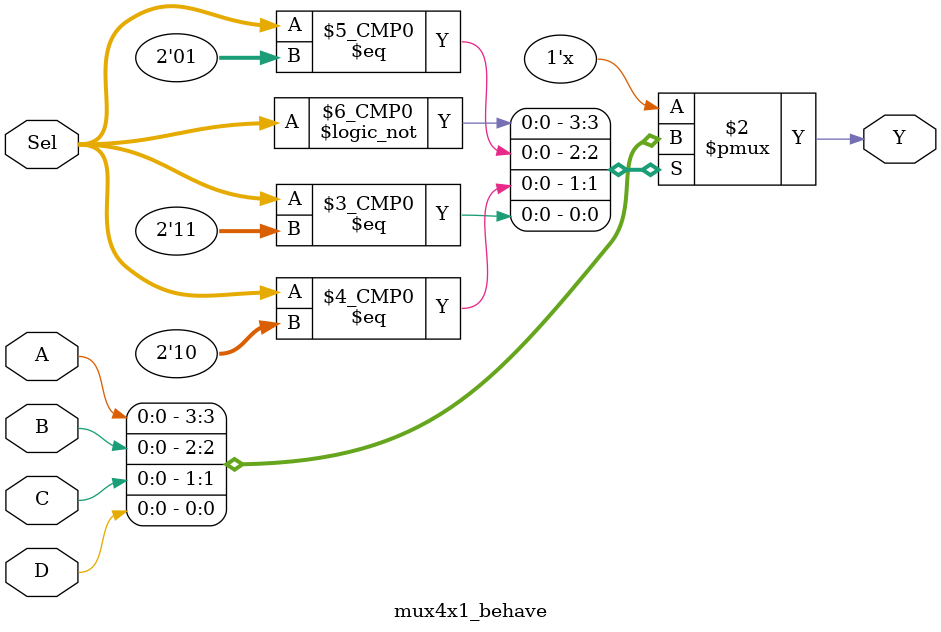
<source format=sv>
module mux4x1_behave(
  input A,B,C,D,
  input [1:0] Sel,
  output reg Y);
  always@(*)begin
    case(Sel)
      2'b00 : Y=A;
      2'b01 : Y=B;
      2'b10 : Y=C;
      2'b11: Y=D;
    endcase
  end
endmodule

</source>
